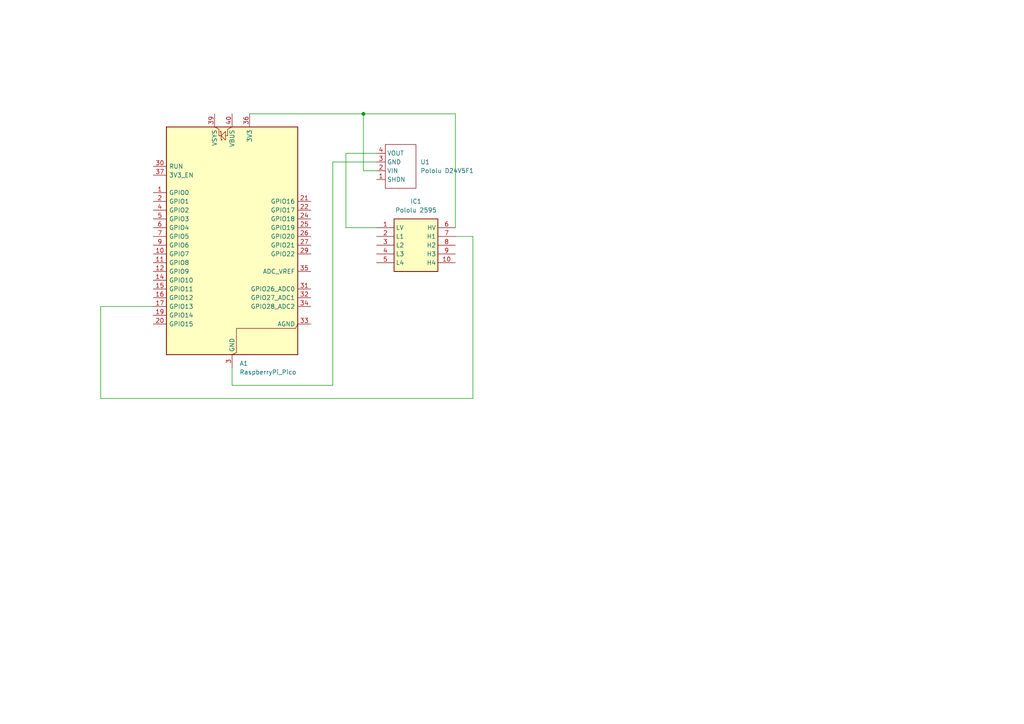
<source format=kicad_sch>
(kicad_sch (version 20250114) (generator "eeschema") (generator_version "9.0")
  (paper "A4")
  (lib_symbols
    (symbol "2595:2595"
      (property "Reference" "IC" (at 19.05 7.62 0))
      (property "Value" "2595" (at 19.05 5.08 0))
      (symbol "2595_1_1"
        (rectangle (start 5.08 2.54) (end 17.78 -12.7) (stroke (width 0.254)) (fill (type background)))
        (pin passive line (at 0 0 0) (length 5.08) (name "LV") (number "1"))
        (pin passive line (at 0 -2.54 0) (length 5.08) (name "L1") (number "2"))
        (pin passive line (at 0 -5.08 0) (length 5.08) (name "L2") (number "3"))
        (pin passive line (at 0 -7.62 0) (length 5.08) (name "L3") (number "4"))
        (pin passive line (at 0 -10.16 0) (length 5.08) (name "L4") (number "5"))
        (pin passive line (at 22.86 0 180) (length 5.08) (name "HV") (number "6"))
        (pin passive line (at 22.86 -2.54 180) (length 5.08) (name "H1") (number "7"))
        (pin passive line (at 22.86 -5.08 180) (length 5.08) (name "H2") (number "8"))
        (pin passive line (at 22.86 -7.62 180) (length 5.08) (name "H3") (number "9"))
        (pin passive line (at 22.86 -10.16 180) (length 5.08) (name "H4") (number "10"))
      )
    )
    (symbol "MCU_Module:RaspberryPi_Pico" (pin_names (offset 0.762))
      (property "Reference" "A" (at -19.05 35.56 0))
      (property "Value" "RaspberryPi_Pico" (at 7.62 35.56 0))
      (symbol "RaspberryPi_Pico_0_1"
        (rectangle (start -19.05 34.29) (end 19.05 -31.75) (stroke (width 0.254)) (fill (type background)))
        (polyline (pts (xy -5.08 34.29) (xy -3.81 33.655) (xy -3.81 31.75) (xy -3.175 31.75)))
        (polyline (pts (xy -3.429 32.766) (xy -3.429 33.02) (xy -3.175 33.02) (xy -3.175 30.48) (xy -2.921 30.48) (xy -2.921 30.734)))
        (polyline (pts (xy -3.175 31.75) (xy -1.905 33.02) (xy -1.905 30.48) (xy -3.175 31.75)))
        (polyline (pts (xy 0 34.29) (xy -1.27 33.655) (xy -1.27 31.75) (xy -1.905 31.75)))
        (polyline (pts (xy 0 -31.75) (xy 1.27 -31.115) (xy 1.27 -24.13) (xy 18.415 -24.13) (xy 19.05 -22.86)))
      )
      (symbol "RaspberryPi_Pico_1_1"
        (pin passive line (at -22.86 22.86 0) (length 3.81) (name "RUN") (number "30"))
        (pin passive line (at -22.86 20.32 0) (length 3.81) (name "3V3_EN") (number "37"))
        (pin bidirectional line (at -22.86 15.24 0) (length 3.81) (name "GPIO0") (number "1"))
        (pin bidirectional line (at -22.86 12.7 0) (length 3.81) (name "GPIO1") (number "2"))
        (pin bidirectional line (at -22.86 10.16 0) (length 3.81) (name "GPIO2") (number "4"))
        (pin bidirectional line (at -22.86 7.62 0) (length 3.81) (name "GPIO3") (number "5"))
        (pin bidirectional line (at -22.86 5.08 0) (length 3.81) (name "GPIO4") (number "6"))
        (pin bidirectional line (at -22.86 2.54 0) (length 3.81) (name "GPIO5") (number "7"))
        (pin bidirectional line (at -22.86 0 0) (length 3.81) (name "GPIO6") (number "9"))
        (pin bidirectional line (at -22.86 -2.54 0) (length 3.81) (name "GPIO7") (number "10"))
        (pin bidirectional line (at -22.86 -5.08 0) (length 3.81) (name "GPIO8") (number "11"))
        (pin bidirectional line (at -22.86 -7.62 0) (length 3.81) (name "GPIO9") (number "12"))
        (pin bidirectional line (at -22.86 -10.16 0) (length 3.81) (name "GPIO10") (number "14"))
        (pin bidirectional line (at -22.86 -12.7 0) (length 3.81) (name "GPIO11") (number "15"))
        (pin bidirectional line (at -22.86 -15.24 0) (length 3.81) (name "GPIO12") (number "16"))
        (pin bidirectional line (at -22.86 -17.78 0) (length 3.81) (name "GPIO13") (number "17"))
        (pin bidirectional line (at -22.86 -20.32 0) (length 3.81) (name "GPIO14") (number "19"))
        (pin bidirectional line (at -22.86 -22.86 0) (length 3.81) (name "GPIO15") (number "20"))
        (pin power_in line (at -5.08 38.1 270) (length 3.81) (name "VSYS") (number "39"))
        (pin power_out line (at 0 38.1 270) (length 3.81) (name "VBUS") (number "40"))
        (pin passive line (at 0 -35.56 90) (length 3.81) (hide yes) (name "GND") (number "13"))
        (pin passive line (at 0 -35.56 90) (length 3.81) (hide yes) (name "GND") (number "18"))
        (pin passive line (at 0 -35.56 90) (length 3.81) (hide yes) (name "GND") (number "23"))
        (pin passive line (at 0 -35.56 90) (length 3.81) (hide yes) (name "GND") (number "28"))
        (pin power_out line (at 0 -35.56 90) (length 3.81) (name "GND") (number "3"))
        (pin passive line (at 0 -35.56 90) (length 3.81) (hide yes) (name "GND") (number "38"))
        (pin passive line (at 0 -35.56 90) (length 3.81) (hide yes) (name "GND") (number "8"))
        (pin power_out line (at 5.08 38.1 270) (length 3.81) (name "3V3") (number "36"))
        (pin bidirectional line (at 22.86 12.7 180) (length 3.81) (name "GPIO16") (number "21"))
        (pin bidirectional line (at 22.86 10.16 180) (length 3.81) (name "GPIO17") (number "22"))
        (pin bidirectional line (at 22.86 7.62 180) (length 3.81) (name "GPIO18") (number "24"))
        (pin bidirectional line (at 22.86 5.08 180) (length 3.81) (name "GPIO19") (number "25"))
        (pin bidirectional line (at 22.86 2.54 180) (length 3.81) (name "GPIO20") (number "26"))
        (pin bidirectional line (at 22.86 0 180) (length 3.81) (name "GPIO21") (number "27"))
        (pin bidirectional line (at 22.86 -2.54 180) (length 3.81) (name "GPIO22") (number "29"))
        (pin power_in line (at 22.86 -7.62 180) (length 3.81) (name "ADC_VREF") (number "35"))
        (pin bidirectional line (at 22.86 -12.7 180) (length 3.81) (name "GPIO26_ADC0") (number "31"))
        (pin bidirectional line (at 22.86 -15.24 180) (length 3.81) (name "GPIO27_ADC1") (number "32"))
        (pin bidirectional line (at 22.86 -17.78 180) (length 3.81) (name "GPIO28_ADC2") (number "34"))
        (pin power_out line (at 22.86 -22.86 180) (length 3.81) (name "AGND") (number "33"))
      )
    )
    (symbol "pololu_2840:D24V5F1"
      (property "Reference" "U" (at 0 0 0))
      (symbol "D24V5F1_0_0"
        (pin power_out line (at 0 7.62 0) (length 2.54) (name "VOUT") (number "4"))
        (pin power_in line (at 0 5.08 0) (length 2.54) (name "GND") (number "3"))
        (pin power_in line (at 0 2.54 0) (length 2.54) (name "VIN") (number "2"))
        (pin input line (at 0 0 0) (length 2.54) (name "SHDN") (number "1"))
      )
      (symbol "D24V5F1_0_1"
        (rectangle (start 2.54 10.16) (end 11.43 -2.54))
      )
    )
  )
  (junction (at 105.41 33.02))
  (wire (pts (xy 96.52 111.76) (xy 96.52 46.99)))
  (wire (pts (xy 132.08 33.02) (xy 132.08 66.04)))
  (wire (pts (xy 44.45 88.9) (xy 29.21 88.9)))
  (wire (pts (xy 67.31 111.76) (xy 67.31 106.68)))
  (wire (pts (xy 105.41 33.02) (xy 132.08 33.02)))
  (wire (pts (xy 96.52 46.99) (xy 109.22 46.99)))
  (wire (pts (xy 105.41 49.53) (xy 109.22 49.53)))
  (wire (pts (xy 105.41 33.02) (xy 105.41 49.53)))
  (wire (pts (xy 29.21 115.57) (xy 137.16 115.57)))
  (wire (pts (xy 100.33 66.04) (xy 109.22 66.04)))
  (wire (pts (xy 67.31 111.76) (xy 96.52 111.76)))
  (wire (pts (xy 137.16 115.57) (xy 137.16 68.58)))
  (wire (pts (xy 29.21 88.9) (xy 29.21 115.57)))
  (wire (pts (xy 100.33 44.45) (xy 100.33 66.04)))
  (wire (pts (xy 137.16 68.58) (xy 132.08 68.58)))
  (wire (pts (xy 109.22 44.45) (xy 100.33 44.45)))
  (wire (pts (xy 72.39 33.02) (xy 105.41 33.02)))
  (symbol (lib_id "MCU_Module:RaspberryPi_Pico") (at 67.31 71.12 0) (unit 1)
    (property "Reference" "A1" (at 69.4533 105.41 0) (effects (justify left)))
    (property "Value" "RaspberryPi_Pico" (at 69.4533 107.95 0) (effects (justify left)))
    (property "Footprint" "Module:RaspberryPi_Pico_Common_THT" (effects (hide yes)))
    (property "Datasheet" "https://datasheets.raspberrypi.com/pico/pico-datasheet.pdf" (effects (hide yes)))
    (property "Description" "Versatile and inexpensive microcontroller module powered by RP2040 dual-core Arm Cortex-M0+ processor up to 133 MHz, 264kB SRAM, 2MB QSPI flash; also supports Raspberry Pi Pico 2" (effects (hide yes)))
  )
  (symbol (lib_id "pololu_2840:D24V5F1") (at 109.22 52.07 0) (unit 1)
    (property "Reference" "U1" (at 121.92 46.9899 0) (effects (justify left)))
    (property "Value" "Pololu D24V5F1" (at 121.92 49.5299 0) (effects (justify left)))
    (property "Footprint" "pololu_2840:D24V5F1" (effects (hide yes)))
  )
  (symbol (lib_id "2595:2595") (at 109.22 66.04 0) (unit 1)
    (property "Reference" "IC1" (at 120.65 58.42 0))
    (property "Value" "Pololu 2595" (at 120.65 60.96 0))
    (property "Footprint" "2595" (effects (hide yes)))
    (property "Datasheet" "https://datasheet.octopart.com/2595-Pololu-datasheet-34173103.pdf" (effects (hide yes)))
    (property "Description" "Level Shifter Interface Evaluation Board" (effects (hide yes)))
    (property "Height" "2.1" (effects (hide yes)))
    (property "Manufacturer_Name" "Pololu" (effects (hide yes)))
    (property "Manufacturer_Part_Number" "2595" (effects (hide yes)))
  )
)
</source>
